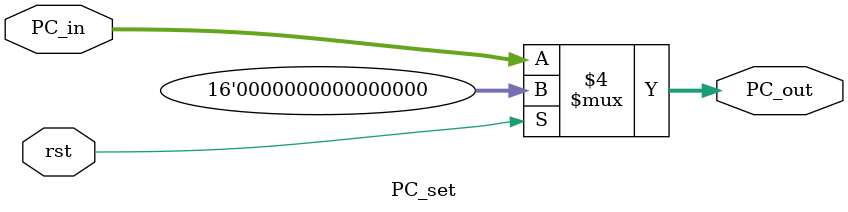
<source format=sv>
module PC_set
(
	input logic rst,
	input logic [15:0] PC_in,
	output logic [15:0] PC_out
);

	always_comb
	begin
		if(rst == 1'b1)
		begin
			PC_out = 16'h0000;
		end
		else
		begin
			PC_out = PC_in;
		end
	end

endmodule

</source>
